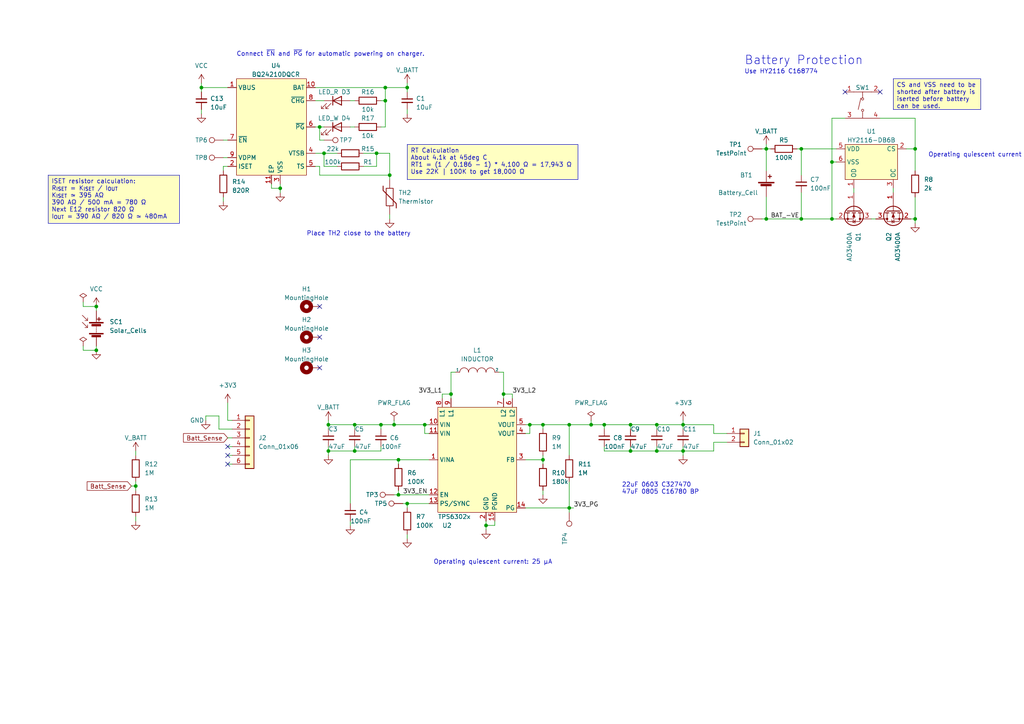
<source format=kicad_sch>
(kicad_sch (version 20230121) (generator eeschema)
  (paper "A4")
  (lib_symbols
    (symbol "Connector:TestPoint" (pin_numbers hide) (pin_names (offset 0.762) hide)
      (property "Reference" "TP" (at 0 6.858 0))
      (property "Value" "TestPoint" (at 0 5.08 0))
      (symbol "TestPoint_0_1"
        (circle (center 0 3.302) (radius 0.762))
      )
      (symbol "TestPoint_1_1"
        (pin passive line (at 0 0 90) (length 2.54) (name "1") (number "1"))
      )
    )
    (symbol "Connector_Generic:Conn_01x02" (pin_names (offset 1.016) hide)
      (property "Reference" "J" (at 0 2.54 0))
      (property "Value" "Conn_01x02" (at 0 -5.08 0))
      (symbol "Conn_01x02_1_1"
        (rectangle (start -1.27 -2.413) (end 0 -2.667) (stroke (width 0.1524)))
        (rectangle (start -1.27 0.127) (end 0 -0.127) (stroke (width 0.1524)))
        (rectangle (start -1.27 1.27) (end 1.27 -3.81) (stroke (width 0.254)) (fill (type background)))
        (pin passive line (at -5.08 0 0) (length 3.81) (name "Pin_1") (number "1"))
        (pin passive line (at -5.08 -2.54 0) (length 3.81) (name "Pin_2") (number "2"))
      )
    )
    (symbol "Connector_Generic:Conn_01x06" (pin_names (offset 1.016) hide)
      (property "Reference" "J" (at 0 7.62 0))
      (property "Value" "Conn_01x06" (at 0 -10.16 0))
      (symbol "Conn_01x06_1_1"
        (rectangle (start -1.27 -7.493) (end 0 -7.747) (stroke (width 0.1524)))
        (rectangle (start -1.27 -4.953) (end 0 -5.207) (stroke (width 0.1524)))
        (rectangle (start -1.27 -2.413) (end 0 -2.667) (stroke (width 0.1524)))
        (rectangle (start -1.27 0.127) (end 0 -0.127) (stroke (width 0.1524)))
        (rectangle (start -1.27 2.667) (end 0 2.413) (stroke (width 0.1524)))
        (rectangle (start -1.27 5.207) (end 0 4.953) (stroke (width 0.1524)))
        (rectangle (start -1.27 6.35) (end 1.27 -8.89) (stroke (width 0.254)) (fill (type background)))
        (pin passive line (at -5.08 5.08 0) (length 3.81) (name "Pin_1") (number "1"))
        (pin passive line (at -5.08 2.54 0) (length 3.81) (name "Pin_2") (number "2"))
        (pin passive line (at -5.08 0 0) (length 3.81) (name "Pin_3") (number "3"))
        (pin passive line (at -5.08 -2.54 0) (length 3.81) (name "Pin_4") (number "4"))
        (pin passive line (at -5.08 -5.08 0) (length 3.81) (name "Pin_5") (number "5"))
        (pin passive line (at -5.08 -7.62 0) (length 3.81) (name "Pin_6") (number "6"))
      )
    )
    (symbol "Device:Battery_Cell" (pin_numbers hide) (pin_names (offset 0) hide)
      (property "Reference" "BT1" (at 3.81 2.667 0))
      (property "Value" "Battery_Cell" (at 3.81 0.127 0))
      (symbol "Battery_Cell_0_1"
        (rectangle (start -2.286 1.778) (end 2.286 1.524) (fill (type outline)))
        (rectangle (start -1.5748 1.1938) (end 1.4732 0.6858) (fill (type outline)))
        (polyline (pts (xy 0 0.762) (xy 0 0)))
        (polyline (pts (xy 0 1.778) (xy 0 2.54)))
        (polyline (pts (xy 0.508 3.429) (xy 1.524 3.429)) (stroke (width 0.254)))
        (polyline (pts (xy 1.016 3.937) (xy 1.016 2.921)) (stroke (width 0.254)))
      )
      (symbol "Battery_Cell_1_1"
        (pin passive line (at 0 5.08 270) (length 2.54) (name "+") (number "1"))
        (pin passive line (at 0 -2.54 90) (length 2.54) (name "-") (number "2"))
      )
    )
    (symbol "Device:C_Small" (pin_numbers hide) (pin_names (offset 0.254) hide)
      (property "Reference" "C" (at 0.254 1.778 0))
      (property "Value" "C_Small" (at 0.254 -2.032 0))
      (symbol "C_Small_0_1"
        (polyline (pts (xy -1.524 -0.508) (xy 1.524 -0.508)) (stroke (width 0.3302)))
        (polyline (pts (xy -1.524 0.508) (xy 1.524 0.508)) (stroke (width 0.3048)))
      )
      (symbol "C_Small_1_1"
        (pin passive line (at 0 2.54 270) (length 2.032) (name "~") (number "1"))
        (pin passive line (at 0 -2.54 90) (length 2.032) (name "~") (number "2"))
      )
    )
    (symbol "Device:LED" (pin_numbers hide) (pin_names (offset 1.016) hide)
      (property "Reference" "D" (at 0 2.54 0))
      (property "Value" "LED" (at 0 -2.54 0))
      (symbol "LED_0_1"
        (polyline (pts (xy -1.27 -1.27) (xy -1.27 1.27)) (stroke (width 0.254)))
        (polyline (pts (xy -1.27 0) (xy 1.27 0)))
        (polyline (pts (xy 1.27 -1.27) (xy 1.27 1.27) (xy -1.27 0) (xy 1.27 -1.27)) (stroke (width 0.254)))
        (polyline (pts (xy -3.048 -0.762) (xy -4.572 -2.286) (xy -3.81 -2.286) (xy -4.572 -2.286) (xy -4.572 -1.524)))
        (polyline (pts (xy -1.778 -0.762) (xy -3.302 -2.286) (xy -2.54 -2.286) (xy -3.302 -2.286) (xy -3.302 -1.524)))
      )
      (symbol "LED_1_1"
        (pin passive line (at -3.81 0 0) (length 2.54) (name "K") (number "1"))
        (pin passive line (at 3.81 0 180) (length 2.54) (name "A") (number "2"))
      )
    )
    (symbol "Device:R" (pin_numbers hide) (pin_names (offset 0))
      (property "Reference" "R" (at 2.032 0 90))
      (property "Value" "R" (at 0 0 90))
      (symbol "R_0_1"
        (rectangle (start -1.016 -2.54) (end 1.016 2.54) (stroke (width 0.254)))
      )
      (symbol "R_1_1"
        (pin passive line (at 0 3.81 270) (length 1.27) (name "~") (number "1"))
        (pin passive line (at 0 -3.81 90) (length 1.27) (name "~") (number "2"))
      )
    )
    (symbol "Device:Solar_Cells" (pin_numbers hide) (pin_names (offset 0) hide)
      (property "Reference" "SC" (at 2.54 2.54 0))
      (property "Value" "Solar_Cells" (at 2.54 0 0))
      (symbol "Solar_Cells_0_1"
        (rectangle (start -2.032 -1.397) (end 2.032 -1.651) (fill (type outline)))
        (rectangle (start -2.032 1.778) (end 2.032 1.524) (fill (type outline)))
        (rectangle (start -1.3208 -1.9812) (end 1.27 -2.4892) (fill (type outline)))
        (rectangle (start -1.3208 1.1938) (end 1.27 0.6858) (fill (type outline)))
        (polyline (pts (xy -2.54 0.254) (xy -4.064 1.778)))
        (polyline (pts (xy -2.54 2.286) (xy -4.064 3.81)))
        (polyline (pts (xy 0 -1.524) (xy 0 -1.27)))
        (polyline (pts (xy 0 -1.016) (xy 0 -0.762)))
        (polyline (pts (xy 0 -0.508) (xy 0 -0.254)))
        (polyline (pts (xy 0 0) (xy 0 0.254)))
        (polyline (pts (xy 0 0.508) (xy 0 0.762)))
        (polyline (pts (xy 0 1.778) (xy 0 2.54)))
        (polyline (pts (xy 0.254 2.667) (xy 1.27 2.667)) (stroke (width 0.254)))
        (polyline (pts (xy 0.762 3.175) (xy 0.762 2.159)) (stroke (width 0.254)))
        (polyline (pts (xy -2.54 1.016) (xy -2.54 0.254) (xy -3.302 0.254)))
        (polyline (pts (xy -2.54 3.048) (xy -2.54 2.286) (xy -3.302 2.286)))
      )
      (symbol "Solar_Cells_1_1"
        (pin passive line (at 0 5.08 270) (length 2.54) (name "+") (number "1"))
        (pin passive line (at 0 -5.08 90) (length 2.54) (name "-") (number "2"))
      )
    )
    (symbol "Device:Thermistor" (pin_numbers hide) (pin_names (offset 0))
      (property "Reference" "TH" (at 2.54 1.27 90))
      (property "Value" "Thermistor" (at -2.54 0 90))
      (symbol "Thermistor_0_1"
        (rectangle (start -1.016 2.54) (end 1.016 -2.54) (stroke (width 0.2032)))
        (polyline (pts (xy -1.905 3.175) (xy -1.905 1.905) (xy 1.905 -1.905) (xy 1.905 -3.175) (xy 1.905 -3.175)) (stroke (width 0.254)))
      )
      (symbol "Thermistor_1_1"
        (pin passive line (at 0 5.08 270) (length 2.54) (name "~") (number "1"))
        (pin passive line (at 0 -5.08 90) (length 2.54) (name "~") (number "2"))
      )
    )
    (symbol "Mechanical:MountingHole_Pad" (pin_numbers hide) (pin_names (offset 1.016) hide)
      (property "Reference" "H" (at 0 6.35 0))
      (property "Value" "MountingHole_Pad" (at 0 4.445 0))
      (symbol "MountingHole_Pad_0_1"
        (circle (center 0 1.27) (radius 1.27) (stroke (width 1.27)))
      )
      (symbol "MountingHole_Pad_1_1"
        (pin input line (at 0 -2.54 90) (length 2.54) (name "1") (number "1"))
      )
    )
    (symbol "TestPoint_2" (pin_numbers hide) (pin_names (offset 0.762) hide) (in_bom no)
      (property "Reference" "TP" (at 0 6.858 0))
      (symbol "TestPoint_2_0_1"
        (circle (center 0 3.302) (radius 0.762))
      )
      (symbol "TestPoint_2_1_1"
        (pin passive line (at 0 0 90) (length 2.54) (name "1") (number "1"))
      )
    )
    (symbol "Transistor_FET:AO3400A" (pin_names hide)
      (property "Reference" "Q" (at 5.08 1.905 0))
      (property "Value" "AO3400A" (at 5.08 0 0))
      (symbol "AO3400A_0_1"
        (polyline (pts (xy 0.254 0) (xy -2.54 0)))
        (polyline (pts (xy 0.254 1.905) (xy 0.254 -1.905)) (stroke (width 0.254)))
        (polyline (pts (xy 0.762 -1.27) (xy 0.762 -2.286)) (stroke (width 0.254)))
        (polyline (pts (xy 0.762 0.508) (xy 0.762 -0.508)) (stroke (width 0.254)))
        (polyline (pts (xy 0.762 2.286) (xy 0.762 1.27)) (stroke (width 0.254)))
        (polyline (pts (xy 2.54 2.54) (xy 2.54 1.778)))
        (polyline (pts (xy 2.54 -2.54) (xy 2.54 0) (xy 0.762 0)))
        (polyline (pts (xy 0.762 -1.778) (xy 3.302 -1.778) (xy 3.302 1.778) (xy 0.762 1.778)))
        (polyline (pts (xy 1.016 0) (xy 2.032 0.381) (xy 2.032 -0.381) (xy 1.016 0)) (fill (type outline)))
        (polyline (pts (xy 2.794 0.508) (xy 2.921 0.381) (xy 3.683 0.381) (xy 3.81 0.254)))
        (polyline (pts (xy 3.302 0.381) (xy 2.921 -0.254) (xy 3.683 -0.254) (xy 3.302 0.381)))
        (circle (center 1.651 0) (radius 2.794) (stroke (width 0.254)))
        (circle (center 2.54 -1.778) (radius 0.254) (fill (type outline)))
        (circle (center 2.54 1.778) (radius 0.254) (fill (type outline)))
      )
      (symbol "AO3400A_1_1"
        (pin input line (at -5.08 0 0) (length 2.54) (name "G") (number "1"))
        (pin passive line (at 2.54 -5.08 90) (length 2.54) (name "S") (number "2"))
        (pin passive line (at 2.54 5.08 270) (length 2.54) (name "D") (number "3"))
      )
    )
    (symbol "cacophony-library:BQ24210DQCR"
      (property "Reference" "U" (at 0 25.4 0))
      (property "Value" "BQ24210DQCR" (at -1.27 24.13 0))
      (symbol "BQ24210DQCR_0_1"
        (rectangle (start -11.43 17.78) (end 8.89 -10.16) (fill (type background)))
        (pin unspecified line (at -13.97 15.24 0) (length 2.54) (name "VBUS") (number "1"))
        (pin unspecified line (at 11.43 15.24 180) (length 2.54) (name "BAT") (number "10"))
        (pin unspecified line (at -1.27 -12.7 90) (length 2.54) (name "EP") (number "11"))
        (pin unspecified line (at -13.97 -7.62 0) (length 2.54) (name "ISET") (number "2"))
        (pin unspecified line (at 1.27 -12.7 90) (length 2.54) (name "VSS") (number "3"))
        (pin unspecified line (at 11.43 -3.81 180) (length 2.54) (name "VTSB") (number "4"))
        (pin unspecified line (at 11.43 -7.62 180) (length 2.54) (name "TS") (number "5"))
        (pin unspecified line (at 11.43 3.81 180) (length 2.54) (name "~{PG}") (number "6"))
        (pin unspecified line (at -13.97 0 0) (length 2.54) (name "~{EN}") (number "7"))
        (pin unspecified line (at 11.43 11.43 180) (length 2.54) (name "~{CHG}") (number "8"))
        (pin unspecified line (at -13.97 -5.08 0) (length 2.54) (name "VDPM") (number "9"))
      )
    )
    (symbol "cacophony-library:HY211x"
      (property "Reference" "U" (at 1.27 6.35 0))
      (property "Value" "HY211x" (at 1.27 3.81 0))
      (symbol "HY211x_0_1"
        (rectangle (start -6.35 2.54) (end 8.89 -7.62) (fill (type background)))
      )
      (symbol "HY211x_1_1"
        (pin passive line (at -3.81 -10.16 90) (length 2.54) (name "OD") (number "1"))
        (pin passive line (at 11.43 1.27 180) (length 2.54) (name "CS") (number "2"))
        (pin passive line (at 7.62 -10.16 90) (length 2.54) (name "OC") (number "3"))
        (pin no_connect line (at 11.43 -2.54 180) (length 2.54) hide (name "NC") (number "4"))
        (pin passive line (at -8.89 1.27 0) (length 2.54) (name "VDD") (number "5"))
        (pin passive line (at -8.89 -2.54 0) (length 2.54) (name "VSS") (number "6"))
      )
    )
    (symbol "cacophony-library:Power_Inductor" (pin_numbers hide) (pin_names (offset 0))
      (property "Reference" "L" (at 0 6.35 0))
      (property "Value" "H" (at 0 3.81 0))
      (symbol "Power_Inductor_0_1"
        (arc (start -2.54 0) (mid -3.81 1.2645) (end -5.08 0))
        (arc (start 0 0) (mid -1.27 1.2645) (end -2.54 0))
        (arc (start 2.54 0) (mid 1.27 1.2645) (end 0 0))
        (arc (start 5.08 0) (mid 3.81 1.2645) (end 2.54 0))
      )
      (symbol "Power_Inductor_1_1"
        (pin power_in line (at -6.35 0 0) (length 1.27) (name "1") (number "1"))
        (pin power_out line (at 6.35 0 180) (length 1.27) (name "2") (number "2"))
      )
    )
    (symbol "cacophony-library:TPS6302x"
      (property "Reference" "U" (at -6.35 -41.91 0))
      (property "Value" "TPS6302x" (at -7.62 -39.37 0))
      (symbol "TPS6302x_0_1"
        (rectangle (start -7.62 -7.62) (end 15.24 -38.1) (fill (type background)))
      )
      (symbol "TPS6302x_1_1"
        (pin input line (at -10.16 -22.86 0) (length 2.54) (name "VINA") (number "1"))
        (pin input line (at -10.16 -12.7 0) (length 2.54) (name "VIN") (number "10"))
        (pin input line (at -10.16 -15.24 0) (length 2.54) (name "VIN") (number "11"))
        (pin input line (at -10.16 -33.02 0) (length 2.54) (name "EN") (number "12"))
        (pin input line (at -10.16 -35.56 0) (length 2.54) (name "PS/SYNC") (number "13"))
        (pin input line (at 17.78 -36.83 180) (length 2.54) (name "PG") (number "14"))
        (pin input line (at 8.89 -40.64 90) (length 2.54) (name "PGND") (number "15"))
        (pin input line (at 6.35 -40.64 90) (length 2.54) (name "GND") (number "2"))
        (pin input line (at 17.78 -22.86 180) (length 2.54) (name "FB") (number "3"))
        (pin input line (at 17.78 -15.24 180) (length 2.54) (name "VOUT") (number "4"))
        (pin input line (at 17.78 -12.7 180) (length 2.54) (name "VOUT") (number "5"))
        (pin passive line (at 13.97 -5.08 270) (length 2.54) (name "L2") (number "6"))
        (pin passive line (at 11.43 -5.08 270) (length 2.54) (name "L2") (number "7"))
        (pin passive line (at -6.35 -5.08 270) (length 2.54) (name "L1") (number "8"))
        (pin power_out line (at -3.81 -5.08 270) (length 2.54) (name "L1") (number "9"))
      )
    )
    (symbol "cacophony-library:TS-1187A-B-A-B"
      (property "Reference" "SW" (at 0 7.62 0))
      (symbol "TS-1187A-B-A-B_0_1"
        (circle (center 0 -2.79) (radius 0.32))
        (polyline (pts (xy -2.54 -5.08) (xy 2.54 -5.08)))
        (polyline (pts (xy -2.54 2.54) (xy 2.54 2.54)))
        (polyline (pts (xy -0.51 0.76) (xy -1.27 -2.54)))
        (polyline (pts (xy 0 -3.3) (xy 0 -5.08)))
        (polyline (pts (xy 0 0.76) (xy 0 2.54)))
        (circle (center 0 0.51) (radius 0.32))
      )
      (symbol "TS-1187A-B-A-B_1_1"
        (pin unspecified line (at -5.08 2.54 0) (length 2.54) (name "") (number "1"))
        (pin unspecified line (at 5.08 2.54 180) (length 2.54) (name "") (number "2"))
        (pin unspecified line (at -5.08 -5.08 0) (length 2.54) (name "") (number "3"))
        (pin unspecified line (at 5.08 -5.08 180) (length 2.54) (name "") (number "4"))
      )
    )
    (symbol "cacophony-library:V_BATT" (power) (pin_names (offset 0))
      (property "Value" "V_BATT" (at 0 3.81 0))
      (symbol "V_BATT_0_1"
        (polyline (pts (xy -0.762 1.27) (xy 0 2.54)))
        (polyline (pts (xy 0 0) (xy 0 2.54)))
        (polyline (pts (xy 0 2.54) (xy 0.762 1.27)))
      )
      (symbol "V_BATT_1_1"
        (pin power_in line (at 0 0 90) (length 0) hide (name "V_BATT") (number "1"))
      )
    )
    (symbol "power:+3V3" (power) (pin_names (offset 0))
      (property "Value" "+3V3" (at 0 3.556 0))
      (symbol "+3V3_0_1"
        (polyline (pts (xy -0.762 1.27) (xy 0 2.54)))
        (polyline (pts (xy 0 0) (xy 0 2.54)))
        (polyline (pts (xy 0 2.54) (xy 0.762 1.27)))
      )
      (symbol "+3V3_1_1"
        (pin power_in line (at 0 0 90) (length 0) hide (name "+3V3") (number "1"))
      )
    )
    (symbol "power:GND" (power) (pin_names (offset 0))
      (property "Value" "GND" (at 0 -3.81 0))
      (symbol "GND_0_1"
        (polyline (pts (xy 0 0) (xy 0 -1.27) (xy 1.27 -1.27) (xy 0 -2.54) (xy -1.27 -1.27) (xy 0 -1.27)))
      )
      (symbol "GND_1_1"
        (pin power_in line (at 0 0 270) (length 0) hide (name "GND") (number "1"))
      )
    )
    (symbol "power:PWR_FLAG" (power) (pin_numbers hide) (pin_names (offset 0) hide)
      (property "Value" "PWR_FLAG" (at 0 3.81 0))
      (symbol "PWR_FLAG_0_0"
        (pin power_out line (at 0 0 90) (length 0) (name "pwr") (number "1"))
      )
      (symbol "PWR_FLAG_0_1"
        (polyline (pts (xy 0 0) (xy 0 1.27) (xy -1.016 1.905) (xy 0 2.54) (xy 1.016 1.905) (xy 0 1.27)))
      )
    )
    (symbol "power:VCC" (power) (pin_names (offset 0))
      (property "Value" "VCC" (at 0 3.81 0))
      (symbol "VCC_0_1"
        (polyline (pts (xy -0.762 1.27) (xy 0 2.54)))
        (polyline (pts (xy 0 0) (xy 0 2.54)))
        (polyline (pts (xy 0 2.54) (xy 0.762 1.27)))
      )
      (symbol "VCC_1_1"
        (pin power_in line (at 0 0 90) (length 0) hide (name "VCC") (number "1"))
      )
    )
  )
  (junction (at 190.5 130.81))
  (junction (at 92.71 36.83))
  (junction (at 110.49 123.19))
  (junction (at 153.67 123.19))
  (junction (at 114.3 123.19))
  (junction (at 58.42 25.4))
  (junction (at 265.43 63.5))
  (junction (at 115.57 143.51))
  (junction (at 222.25 63.5))
  (junction (at 198.12 130.81))
  (junction (at 111.76 29.21))
  (junction (at 157.48 133.35))
  (junction (at 118.11 25.4))
  (junction (at 146.05 114.3))
  (junction (at 232.41 43.18))
  (junction (at 102.87 123.19))
  (junction (at 232.41 63.5))
  (junction (at 95.25 130.81))
  (junction (at 171.45 123.19))
  (junction (at 27.94 88.9))
  (junction (at 81.28 54.61))
  (junction (at 241.3 63.5))
  (junction (at 265.43 43.18))
  (junction (at 115.57 133.35))
  (junction (at 222.25 43.18))
  (junction (at 130.81 114.3))
  (junction (at 95.25 123.19))
  (junction (at 102.87 130.81))
  (junction (at 113.03 50.8))
  (junction (at 165.1 147.32))
  (junction (at 198.12 123.19))
  (junction (at 175.26 123.19))
  (junction (at 157.48 123.19))
  (junction (at 182.88 130.81))
  (junction (at 27.94 101.6))
  (junction (at 182.88 123.19))
  (junction (at 123.19 123.19))
  (junction (at 111.76 25.4))
  (junction (at 93.98 44.45))
  (junction (at 241.3 46.99))
  (junction (at 109.22 44.45))
  (junction (at 140.97 152.4))
  (junction (at 190.5 123.19))
  (junction (at 118.11 146.05))
  (junction (at 39.37 140.97))
  (junction (at 165.1 123.19))
  (no_connect (at 92.71 106.68))
  (no_connect (at 66.04 129.54))
  (no_connect (at 66.04 132.08))
  (no_connect (at 66.04 134.62))
  (no_connect (at 92.71 88.9))
  (no_connect (at 245.11 26.67))
  (no_connect (at 255.27 26.67))
  (no_connect (at 92.71 97.79))
  (wire (pts (xy 66.04 134.62) (xy 67.31 134.62)))
  (wire (pts (xy 165.1 123.19) (xy 171.45 123.19)))
  (wire (pts (xy 265.43 63.5) (xy 264.16 63.5)))
  (wire (pts (xy 118.11 31.75) (xy 118.11 33.02)))
  (wire (pts (xy 118.11 25.4) (xy 118.11 26.67)))
  (wire (pts (xy 231.14 43.18) (xy 232.41 43.18)))
  (wire (pts (xy 105.41 48.26) (xy 109.22 48.26)))
  (wire (pts (xy 66.04 132.08) (xy 67.31 132.08)))
  (wire (pts (xy 110.49 123.19) (xy 110.49 124.46)))
  (wire (pts (xy 115.57 133.35) (xy 115.57 134.62)))
  (wire (pts (xy 190.5 130.81) (xy 182.88 130.81)))
  (wire (pts (xy 92.71 40.64) (xy 92.71 36.83)))
  (wire (pts (xy 190.5 123.19) (xy 190.5 124.46)))
  (wire (pts (xy 110.49 130.81) (xy 110.49 129.54)))
  (wire (pts (xy 182.88 123.19) (xy 182.88 124.46)))
  (wire (pts (xy 259.08 54.61) (xy 259.08 55.88)))
  (wire (pts (xy 63.5 124.46) (xy 63.5 120.65)))
  (wire (pts (xy 171.45 121.92) (xy 171.45 123.19)))
  (wire (pts (xy 102.87 123.19) (xy 102.87 124.46)))
  (wire (pts (xy 58.42 24.13) (xy 58.42 25.4)))
  (wire (pts (xy 220.98 63.5) (xy 222.25 63.5)))
  (wire (pts (xy 113.03 50.8) (xy 113.03 52.07)))
  (wire (pts (xy 165.1 132.08) (xy 165.1 123.19)))
  (wire (pts (xy 24.13 88.9) (xy 27.94 88.9)))
  (wire (pts (xy 140.97 152.4) (xy 143.51 152.4)))
  (wire (pts (xy 175.26 129.54) (xy 175.26 130.81)))
  (wire (pts (xy 198.12 130.81) (xy 207.01 130.81)))
  (wire (pts (xy 115.57 143.51) (xy 115.57 142.24)))
  (wire (pts (xy 140.97 152.4) (xy 140.97 153.67)))
  (wire (pts (xy 128.27 114.3) (xy 128.27 115.57)))
  (wire (pts (xy 39.37 130.81) (xy 39.37 132.08)))
  (wire (pts (xy 153.67 123.19) (xy 152.4 123.19)))
  (wire (pts (xy 95.25 130.81) (xy 95.25 132.08)))
  (wire (pts (xy 114.3 123.19) (xy 110.49 123.19)))
  (wire (pts (xy 111.76 29.21) (xy 111.76 25.4)))
  (wire (pts (xy 146.05 107.95) (xy 144.78 107.95)))
  (wire (pts (xy 101.6 151.13) (xy 101.6 152.4)))
  (wire (pts (xy 27.94 100.33) (xy 27.94 101.6)))
  (wire (pts (xy 27.94 101.6) (xy 24.13 101.6)))
  (wire (pts (xy 232.41 50.8) (xy 232.41 43.18)))
  (wire (pts (xy 198.12 129.54) (xy 198.12 130.81)))
  (wire (pts (xy 265.43 49.53) (xy 265.43 43.18)))
  (wire (pts (xy 111.76 25.4) (xy 118.11 25.4)))
  (wire (pts (xy 165.1 147.32) (xy 166.37 147.32)))
  (wire (pts (xy 81.28 54.61) (xy 81.28 55.88)))
  (wire (pts (xy 157.48 123.19) (xy 157.48 124.46)))
  (wire (pts (xy 130.81 107.95) (xy 130.81 114.3)))
  (wire (pts (xy 113.03 50.8) (xy 92.71 50.8)))
  (wire (pts (xy 241.3 46.99) (xy 242.57 46.99)))
  (wire (pts (xy 130.81 114.3) (xy 128.27 114.3)))
  (wire (pts (xy 198.12 130.81) (xy 198.12 132.08)))
  (wire (pts (xy 110.49 36.83) (xy 111.76 36.83)))
  (wire (pts (xy 101.6 29.21) (xy 102.87 29.21)))
  (wire (pts (xy 123.19 123.19) (xy 114.3 123.19)))
  (wire (pts (xy 64.77 40.64) (xy 66.04 40.64)))
  (wire (pts (xy 58.42 25.4) (xy 58.42 26.67)))
  (wire (pts (xy 175.26 123.19) (xy 175.26 124.46)))
  (wire (pts (xy 110.49 123.19) (xy 102.87 123.19)))
  (wire (pts (xy 81.28 53.34) (xy 81.28 54.61)))
  (wire (pts (xy 39.37 140.97) (xy 39.37 142.24)))
  (wire (pts (xy 93.98 44.45) (xy 97.79 44.45)))
  (wire (pts (xy 232.41 43.18) (xy 242.57 43.18)))
  (wire (pts (xy 222.25 63.5) (xy 232.41 63.5)))
  (wire (pts (xy 63.5 120.65) (xy 59.69 120.65)))
  (wire (pts (xy 165.1 147.32) (xy 165.1 148.59)))
  (wire (pts (xy 64.77 57.15) (xy 64.77 58.42)))
  (wire (pts (xy 111.76 29.21) (xy 111.76 36.83)))
  (wire (pts (xy 59.69 120.65) (xy 59.69 121.92)))
  (wire (pts (xy 105.41 44.45) (xy 109.22 44.45)))
  (wire (pts (xy 109.22 44.45) (xy 109.22 48.26)))
  (wire (pts (xy 114.3 143.51) (xy 115.57 143.51)))
  (wire (pts (xy 39.37 149.86) (xy 39.37 151.13)))
  (wire (pts (xy 118.11 146.05) (xy 124.46 146.05)))
  (wire (pts (xy 222.25 43.18) (xy 222.25 49.53)))
  (wire (pts (xy 110.49 29.21) (xy 111.76 29.21)))
  (wire (pts (xy 115.57 143.51) (xy 124.46 143.51)))
  (wire (pts (xy 157.48 142.24) (xy 157.48 143.51)))
  (wire (pts (xy 265.43 63.5) (xy 265.43 64.77)))
  (wire (pts (xy 118.11 147.32) (xy 118.11 146.05)))
  (wire (pts (xy 24.13 87.63) (xy 24.13 88.9)))
  (wire (pts (xy 175.26 130.81) (xy 182.88 130.81)))
  (wire (pts (xy 152.4 133.35) (xy 157.48 133.35)))
  (wire (pts (xy 148.59 115.57) (xy 148.59 114.3)))
  (wire (pts (xy 24.13 101.6) (xy 24.13 100.33)))
  (wire (pts (xy 91.44 29.21) (xy 93.98 29.21)))
  (wire (pts (xy 58.42 31.75) (xy 58.42 33.02)))
  (wire (pts (xy 109.22 44.45) (xy 113.03 44.45)))
  (wire (pts (xy 115.57 133.35) (xy 124.46 133.35)))
  (wire (pts (xy 241.3 63.5) (xy 232.41 63.5)))
  (wire (pts (xy 67.31 121.92) (xy 66.04 121.92)))
  (wire (pts (xy 207.01 130.81) (xy 207.01 128.27)))
  (wire (pts (xy 220.98 43.18) (xy 222.25 43.18)))
  (wire (pts (xy 27.94 88.9) (xy 27.94 90.17)))
  (wire (pts (xy 93.98 44.45) (xy 93.98 48.26)))
  (wire (pts (xy 95.25 123.19) (xy 95.25 124.46)))
  (wire (pts (xy 66.04 129.54) (xy 67.31 129.54)))
  (wire (pts (xy 146.05 114.3) (xy 146.05 107.95)))
  (wire (pts (xy 190.5 123.19) (xy 198.12 123.19)))
  (wire (pts (xy 64.77 49.53) (xy 64.77 48.26)))
  (wire (pts (xy 66.04 127) (xy 67.31 127)))
  (wire (pts (xy 222.25 41.91) (xy 222.25 43.18)))
  (wire (pts (xy 97.79 48.26) (xy 93.98 48.26)))
  (wire (pts (xy 265.43 34.29) (xy 265.43 43.18)))
  (wire (pts (xy 67.31 124.46) (xy 63.5 124.46)))
  (wire (pts (xy 265.43 43.18) (xy 262.89 43.18)))
  (wire (pts (xy 102.87 130.81) (xy 102.87 129.54)))
  (wire (pts (xy 182.88 130.81) (xy 182.88 129.54)))
  (wire (pts (xy 102.87 123.19) (xy 95.25 123.19)))
  (wire (pts (xy 92.71 50.8) (xy 92.71 48.26)))
  (wire (pts (xy 95.25 130.81) (xy 102.87 130.81)))
  (wire (pts (xy 101.6 133.35) (xy 115.57 133.35)))
  (wire (pts (xy 198.12 130.81) (xy 190.5 130.81)))
  (wire (pts (xy 210.82 125.73) (xy 207.01 125.73)))
  (wire (pts (xy 207.01 128.27) (xy 210.82 128.27)))
  (wire (pts (xy 66.04 25.4) (xy 58.42 25.4)))
  (wire (pts (xy 118.11 154.94) (xy 118.11 156.21)))
  (wire (pts (xy 152.4 125.73) (xy 153.67 125.73)))
  (wire (pts (xy 247.65 54.61) (xy 247.65 55.88)))
  (wire (pts (xy 198.12 123.19) (xy 198.12 124.46)))
  (wire (pts (xy 241.3 34.29) (xy 245.11 34.29)))
  (wire (pts (xy 91.44 44.45) (xy 93.98 44.45)))
  (wire (pts (xy 39.37 139.7) (xy 39.37 140.97)))
  (wire (pts (xy 241.3 63.5) (xy 241.3 46.99)))
  (wire (pts (xy 130.81 114.3) (xy 130.81 115.57)))
  (wire (pts (xy 222.25 57.15) (xy 222.25 63.5)))
  (wire (pts (xy 64.77 45.72) (xy 66.04 45.72)))
  (wire (pts (xy 113.03 62.23) (xy 113.03 63.5)))
  (wire (pts (xy 265.43 57.15) (xy 265.43 63.5)))
  (wire (pts (xy 113.03 44.45) (xy 113.03 50.8)))
  (wire (pts (xy 252.73 63.5) (xy 254 63.5)))
  (wire (pts (xy 123.19 123.19) (xy 124.46 123.19)))
  (wire (pts (xy 95.25 129.54) (xy 95.25 130.81)))
  (wire (pts (xy 132.08 107.95) (xy 130.81 107.95)))
  (wire (pts (xy 116.84 146.05) (xy 118.11 146.05)))
  (wire (pts (xy 182.88 123.19) (xy 190.5 123.19)))
  (wire (pts (xy 140.97 151.13) (xy 140.97 152.4)))
  (wire (pts (xy 66.04 116.84) (xy 66.04 121.92)))
  (wire (pts (xy 157.48 123.19) (xy 165.1 123.19)))
  (wire (pts (xy 198.12 121.92) (xy 198.12 123.19)))
  (wire (pts (xy 92.71 48.26) (xy 91.44 48.26)))
  (wire (pts (xy 111.76 25.4) (xy 91.44 25.4)))
  (wire (pts (xy 124.46 125.73) (xy 123.19 125.73)))
  (wire (pts (xy 143.51 151.13) (xy 143.51 152.4)))
  (wire (pts (xy 38.1 140.97) (xy 39.37 140.97)))
  (wire (pts (xy 175.26 123.19) (xy 182.88 123.19)))
  (wire (pts (xy 123.19 125.73) (xy 123.19 123.19)))
  (wire (pts (xy 93.98 40.64) (xy 92.71 40.64)))
  (wire (pts (xy 114.3 121.92) (xy 114.3 123.19)))
  (wire (pts (xy 78.74 54.61) (xy 78.74 53.34)))
  (wire (pts (xy 153.67 123.19) (xy 157.48 123.19)))
  (wire (pts (xy 146.05 114.3) (xy 146.05 115.57)))
  (wire (pts (xy 101.6 146.05) (xy 101.6 133.35)))
  (wire (pts (xy 241.3 46.99) (xy 241.3 34.29)))
  (wire (pts (xy 207.01 125.73) (xy 207.01 123.19)))
  (wire (pts (xy 148.59 114.3) (xy 146.05 114.3)))
  (wire (pts (xy 92.71 36.83) (xy 93.98 36.83)))
  (wire (pts (xy 152.4 147.32) (xy 165.1 147.32)))
  (wire (pts (xy 222.25 43.18) (xy 223.52 43.18)))
  (wire (pts (xy 190.5 130.81) (xy 190.5 129.54)))
  (wire (pts (xy 91.44 36.83) (xy 92.71 36.83)))
  (wire (pts (xy 157.48 132.08) (xy 157.48 133.35)))
  (wire (pts (xy 241.3 63.5) (xy 242.57 63.5)))
  (wire (pts (xy 102.87 130.81) (xy 110.49 130.81)))
  (wire (pts (xy 153.67 125.73) (xy 153.67 123.19)))
  (wire (pts (xy 81.28 54.61) (xy 78.74 54.61)))
  (wire (pts (xy 118.11 24.13) (xy 118.11 25.4)))
  (wire (pts (xy 101.6 36.83) (xy 102.87 36.83)))
  (wire (pts (xy 171.45 123.19) (xy 175.26 123.19)))
  (wire (pts (xy 157.48 133.35) (xy 157.48 134.62)))
  (wire (pts (xy 165.1 147.32) (xy 165.1 139.7)))
  (wire (pts (xy 255.27 34.29) (xy 265.43 34.29)))
  (wire (pts (xy 232.41 63.5) (xy 232.41 55.88)))
  (wire (pts (xy 64.77 48.26) (xy 66.04 48.26)))
  (wire (pts (xy 95.25 121.92) (xy 95.25 123.19)))
  (wire (pts (xy 207.01 123.19) (xy 198.12 123.19)))
  (text_box "RT Calculation\nAbout 4.1k at 45deg C\nRT1 = (1 / 0.186 - 1) * 4,100 Ω = 17,943 Ω\nUse 22K | 100K to get 18,000 Ω" (at 118.11 41.91 0) (size 49.53 10.16) (fill (type color) (color 255 255 194 1)) (effects (font (size 1.27 1.27)) (justify left top)))
  (text_box "CS and VSS need to be shorted after battery is iserted before battery can be used." (at 259.08 22.86 0) (size 25.4 8.89) (fill (type color) (color 255 255 194 1)) (effects (font (size 1.27 1.27)) (justify left top)))
  (text_box "ISET resistor calculation:\nR_{ISET} = K_{ISET} / I_{OUT}\nK_{ISET} ≃ 395 AΩ\n390 AΩ / 500 mA = 780 Ω\nNext E12 resistor 820 Ω\nI_{OUT} = 390 AΩ / 820 Ω ≃ 480mA" (at 13.97 50.8 0) (size 38.1 13.97) (fill (type color) (color 255 255 194 1)) (effects (font (size 1.27 1.27)) (justify left top)))
  (text "Operating quiescent current about 4 μA" (at 269.24 45.72 0) (effects (font (size 1.27 1.27)) (justify left bottom)))
  (text "Battery Protection" (at 215.9 19.05 0) (effects (font (size 2.5 2.5)) (justify left bottom)))
  (text "Connect ~{EN} and ~{PG} for automatic powering on charger." (at 68.58 16.51 0) (effects (font (size 1.27 1.27)) (justify left bottom)))
  (text "Use HY2116 C168774" (at 215.9 21.59 0) (effects (font (size 1.27 1.27)) (justify left bottom)))
  (text "Operating quiescent current: 25 μA" (at 125.73 163.83 0) (effects (font (size 1.27 1.27)) (justify left bottom)))
  (text "Place TH2 close to the battery" (at 88.9 68.58 0) (effects (font (size 1.27 1.27)) (justify left bottom)))
  (text "Linear Solar Charger" (at 45.72 -41.91 0) (effects (font (size 2.5 2.5)) (justify left bottom)))
  (text "22uF 0603 C327470\n47uF 0805 C16780 BP" (at 180.34 143.51 0) (effects (font (size 1.27 1.27)) (justify left bottom)))
  (label "3V3_L2" (at 148.59 114.3 0))
  (label "3V3_PG" (at 166.37 147.32 0))
  (label "3V3_EN" (at 116.84 143.51 0))
  (label "BAT_-VE" (at 223.52 63.5 0))
  (label "3V3_L1" (at 128.27 114.3 180))
  (global_label "Batt_Sense" (shape input) (at 66.04 127 180) (property "Intersheetrefs" "${INTERSHEET_REFS}" (effects hide)))
  (global_label "Batt_Sense" (shape input) (at 38.1 140.97 180) (property "Intersheetrefs" "${INTERSHEET_REFS}" (effects hide)))
  (symbol (lib_id "power:PWR_FLAG") (at 171.45 121.92 0) (unit 1)
    (property "Reference" "#FLG0103" (effects hide))
    (property "Value" "PWR_FLAG" (at 171.45 116.84 0))
  )
  (symbol (lib_id "power:PWR_FLAG") (at 24.13 100.33 0) (unit 1)
    (property "Reference" "#FLG0102" (effects hide))
    (property "Value" "PWR_FLAG" (effects hide))
  )
  (symbol (lib_id "power:GND") (at 157.48 143.51 0) (unit 1)
    (property "Reference" "#PWR0101" (effects hide))
    (property "Value" "GND" (effects hide))
  )
  (symbol (lib_id "power:GND") (at 101.6 152.4 0) (unit 1)
    (property "Reference" "#PWR0112" (effects hide))
    (property "Value" "GND" (effects hide))
  )
  (symbol (lib_id "Device:R") (at 106.68 36.83 90) (unit 1)
    (property "Reference" "R17" (at 106.68 34.29 90))
    (property "Value" "10k" (at 106.68 39.37 90))
    (property "Footprint" "Resistor_SMD:R_0402_1005Metric" (effects hide))
    (property "LCSC" "C25744" (effects hide))
  )
  (symbol (lib_id "Device:C_Small") (at 182.88 127 0) (unit 1)
    (property "Reference" "C9" (at 182.88 124.46 0) (effects (justify left)))
    (property "Value" "47uF" (at 182.88 129.54 0) (effects (justify left)))
    (property "Footprint" "Capacitor_SMD:C_0805_2012Metric" (effects hide))
    (property "LCSC" "C16780" (effects hide))
  )
  (symbol (lib_id "power:VCC") (at 27.94 88.9 0) (unit 1)
    (property "Reference" "#PWR0108" (effects hide))
    (property "Value" "VCC" (at 27.94 83.82 0))
  )
  (symbol (lib_id "Connector_Generic:Conn_01x06") (at 72.39 127 0) (unit 1) (in_bom no)
    (property "Reference" "J2" (at 74.93 126.9999 0) (effects (justify left)))
    (property "Value" "Conn_01x06" (at 74.93 129.5399 0) (effects (justify left)))
    (property "Footprint" "Connector_PinHeader_2.54mm:PinHeader_1x06_P2.54mm_Vertical" (effects hide))
  )
  (symbol (lib_id "Device:R") (at 265.43 53.34 0) (unit 1)
    (property "Reference" "R8" (at 267.97 52.0699 0) (effects (justify left)))
    (property "Value" "2k" (at 267.97 54.6099 0) (effects (justify left)))
    (property "Footprint" "Resistor_SMD:R_0603_1608Metric" (effects hide))
    (property "LCSC" "C22975" (effects hide))
  )
  (symbol (lib_id "Connector:TestPoint") (at 220.98 63.5 90) (unit 1) (in_bom no)
    (property "Reference" "TP2" (at 213.36 62.23 90))
    (property "Value" "TestPoint" (at 212.09 64.77 90))
    (property "Footprint" "TestPoint:TestPoint_THTPad_D2.0mm_Drill1.0mm" (effects hide))
  )
  (symbol (lib_id "Mechanical:MountingHole_Pad") (at 90.17 97.79 90) (unit 1)
    (property "Reference" "H2" (at 88.9 92.71 90))
    (property "Value" "MountingHole" (at 88.9 95.25 90))
    (property "Footprint" "MountingHole:MountingHole_3.2mm_M3_DIN965_Pad" (effects hide))
  )
  (symbol (lib_id "Device:Solar_Cells") (at 27.94 95.25 0) (unit 1) (in_bom no)
    (property "Reference" "SC1" (at 31.75 93.3449 0) (effects (justify left)))
    (property "Value" "Solar_Cells" (at 31.75 95.8849 0) (effects (justify left)))
    (property "Footprint" "Connector_PinHeader_2.54mm:PinHeader_1x02_P2.54mm_Vertical" (effects hide))
  )
  (symbol (lib_name "TestPoint_2") (lib_id "Connector:TestPoint") (at 64.77 45.72 90) (unit 1) (in_bom no)
    (property "Reference" "TP8" (at 58.42 45.72 90))
    (property "Value" "TestPoint" (effects hide))
    (property "Footprint" "TestPoint:TestPoint_THTPad_D2.0mm_Drill1.0mm" (effects hide))
  )
  (symbol (lib_id "Device:C_Small") (at 118.11 29.21 0) (unit 1)
    (property "Reference" "C1" (at 120.65 28.5813 0) (effects (justify left)))
    (property "Value" "10uF" (at 120.65 31.1213 0) (effects (justify left)))
    (property "Footprint" "Capacitor_SMD:C_0603_1608Metric" (effects hide))
    (property "LCSC" "C96446" (effects hide))
  )
  (symbol (lib_id "power:GND") (at 81.28 55.88 0) (unit 1)
    (property "Reference" "#PWR01" (effects hide))
    (property "Value" "GND" (effects hide))
  )
  (symbol (lib_id "Device:R") (at 101.6 44.45 90) (unit 1)
    (property "Reference" "R15" (at 106.68 43.18 90))
    (property "Value" "22k" (at 96.52 43.18 90))
    (property "Footprint" "Resistor_SMD:R_0402_1005Metric" (effects hide))
    (property "LCSC" "C25768" (effects hide))
  )
  (symbol (lib_id "Connector:TestPoint") (at 165.1 148.59 180) (unit 1) (in_bom no)
    (property "Reference" "TP4" (at 163.83 156.21 90))
    (property "Value" "TestPoint" (effects hide))
    (property "Footprint" "TestPoint:TestPoint_THTPad_D2.0mm_Drill1.0mm" (effects hide))
  )
  (symbol (lib_id "Device:LED") (at 97.79 29.21 0) (unit 1)
    (property "Reference" "D3" (at 100.33 26.67 0))
    (property "Value" "LED_R" (at 95.25 26.67 0))
    (property "Footprint" "LED_SMD:LED_0603_1608Metric" (effects hide))
    (property "LCSC" "C2286" (effects hide))
  )
  (symbol (lib_id "Mechanical:MountingHole_Pad") (at 90.17 106.68 90) (unit 1)
    (property "Reference" "H3" (at 88.9 101.6 90))
    (property "Value" "MountingHole" (at 88.9 104.14 90))
    (property "Footprint" "MountingHole:MountingHole_3.2mm_M3_DIN965_Pad" (effects hide))
  )
  (symbol (lib_id "Device:C_Small") (at 95.25 127 0) (unit 1)
    (property "Reference" "C3" (at 95.25 124.46 0) (effects (justify left)))
    (property "Value" "47uF" (at 95.25 129.54 0) (effects (justify left)))
    (property "Footprint" "Capacitor_SMD:C_0805_2012Metric" (effects hide))
    (property "LCSC" "C16780" (effects hide))
  )
  (symbol (lib_id "Device:C_Small") (at 101.6 148.59 0) (unit 1)
    (property "Reference" "C4" (at 104.14 148.59 0) (effects (justify left)))
    (property "Value" "100nF" (at 101.6 151.13 0) (effects (justify left)))
    (property "Footprint" "Capacitor_SMD:C_0402_1005Metric" (effects hide))
    (property "LCSC" "C307331" (effects hide))
  )
  (symbol (lib_id "power:PWR_FLAG") (at 24.13 87.63 0) (unit 1)
    (property "Reference" "#FLG0101" (effects hide))
    (property "Value" "PWR_FLAG" (effects hide))
  )
  (symbol (lib_id "Device:R") (at 64.77 53.34 0) (unit 1)
    (property "Reference" "R14" (at 67.31 52.705 0) (effects (justify left)))
    (property "Value" "820R" (at 67.31 55.245 0) (effects (justify left)))
    (property "Footprint" "Resistor_SMD:R_0603_1608Metric" (effects hide))
    (property "LCSC" "C23253" (effects hide))
  )
  (symbol (lib_id "Device:C_Small") (at 110.49 127 0) (unit 1)
    (property "Reference" "C6" (at 113.03 127 0) (effects (justify left)))
    (property "Value" "100nF" (at 110.49 129.54 0) (effects (justify left)))
    (property "Footprint" "Capacitor_SMD:C_0402_1005Metric" (effects hide))
    (property "LCSC" "C307331" (effects hide))
  )
  (symbol (lib_id "cacophony-library:TS-1187A-B-A-B") (at 250.19 29.21 0) (unit 1)
    (property "Reference" "SW1" (at 250.19 25.4 0))
    (property "Value" "TS-1187A-B-A-B" (effects hide))
    (property "Footprint" "cacophony-library:SW-SMD_4P-L5.1-W5.1-P3.70-LS6.5-TL-2" (effects hide))
    (property "Datasheet" "https://lcsc.com/product-detail/Tactile-Switches_XKB-Enterprise-TS-1187-B-A-A_C318884.html" (effects hide))
    (property "Manufacturer" "XKB Connectivity(中国星坤)" (effects hide))
    (property "LCSC Part" "C318884" (effects hide))
    (property "JLC Part" "Basic Part" (effects hide))
  )
  (symbol (lib_name "TestPoint_2") (lib_id "Connector:TestPoint") (at 64.77 40.64 90) (unit 1) (in_bom no)
    (property "Reference" "TP6" (at 58.42 40.64 90))
    (property "Value" "TestPoint" (effects hide))
    (property "Footprint" "TestPoint:TestPoint_THTPad_D2.0mm_Drill1.0mm" (effects hide))
  )
  (symbol (lib_id "cacophony-library:TPS6302x") (at 134.62 110.49 0) (unit 1)
    (property "Reference" "U2" (at 128.27 152.4 0) (effects (justify left)))
    (property "Value" "TPS6302x" (at 127 149.86 0) (effects (justify left)))
    (property "Footprint" "cacophony-library:VSON-14_L4.0-W3.0-P0.50-BL-EP_TI_DSJ" (effects hide))
    (property "Datasheet" "https://www.ti.com/lit/ds/symlink/tps63020.pdf?HQS=dis-dk-null-digikeymode-dsf-pf-null-wwe&ts=1663326350484&ref_url=https%253A%252F%252Fwww.ti.com%252Fgeneral%252Fdocs%252Fsuppproductinfo.tsp%253FdistId%253D10%2526gotoUrl%253Dhttps%253A%252F%252Fwww.ti.com%252Flit%252Fgpn%252Ftps63020" (effects hide))
    (property "LCSC" "C15483" (effects hide))
  )
  (symbol (lib_id "power:GND") (at 265.43 64.77 0) (unit 1)
    (property "Reference" "#PWR0117" (effects hide))
    (property "Value" "GND" (effects hide))
  )
  (symbol (lib_id "Device:Battery_Cell") (at 222.25 54.61 0) (unit 1)
    (property "Reference" "BT1" (at 214.63 50.8 0) (effects (justify left)))
    (property "Value" "Battery_Cell" (at 208.28 55.88 0) (effects (justify left)))
    (property "Footprint" "cacophony-library:18650_holder" (effects hide))
    (property "LCSC" "C5290176" (effects hide))
  )
  (symbol (lib_id "Device:C_Small") (at 232.41 53.34 0) (unit 1)
    (property "Reference" "C7" (at 234.95 52.0762 0) (effects (justify left)))
    (property "Value" "100nF" (at 234.95 54.6162 0) (effects (justify left)))
    (property "Footprint" "Capacitor_SMD:C_0402_1005Metric" (effects hide))
    (property "LCSC" "C307331" (effects hide))
  )
  (symbol (lib_id "Mechanical:MountingHole_Pad") (at 90.17 88.9 90) (unit 1)
    (property "Reference" "H1" (at 88.9 83.82 90))
    (property "Value" "MountingHole" (at 88.9 86.36 90))
    (property "Footprint" "MountingHole:MountingHole_3.2mm_M3_DIN965_Pad" (effects hide))
  )
  (symbol (lib_id "Device:R") (at 165.1 135.89 0) (unit 1)
    (property "Reference" "R11" (at 167.64 134.6199 0) (effects (justify left)))
    (property "Value" "1M" (at 167.64 137.1599 0) (effects (justify left)))
    (property "Footprint" "Resistor_SMD:R_0402_1005Metric" (effects hide))
    (property "LCSC" "C26083" (effects hide))
  )
  (symbol (lib_id "Device:R") (at 39.37 135.89 0) (unit 1)
    (property "Reference" "R12" (at 41.91 134.6199 0) (effects (justify left)))
    (property "Value" "1M" (at 41.91 137.1599 0) (effects (justify left)))
    (property "Footprint" "Resistor_SMD:R_0603_1608Metric" (effects hide))
    (property "LCSC" "C22935" (effects hide))
  )
  (symbol (lib_id "Connector:TestPoint") (at 114.3 143.51 90) (unit 1) (in_bom no)
    (property "Reference" "TP3" (at 107.95 143.51 90))
    (property "Value" "TestPoint" (effects hide))
    (property "Footprint" "TestPoint:TestPoint_THTPad_D2.0mm_Drill1.0mm" (effects hide))
  )
  (symbol (lib_id "power:GND") (at 95.25 132.08 0) (unit 1)
    (property "Reference" "#PWR0114" (effects hide))
    (property "Value" "GND" (effects hide))
  )
  (symbol (lib_id "Device:R") (at 39.37 146.05 0) (unit 1)
    (property "Reference" "R13" (at 41.91 144.7799 0) (effects (justify left)))
    (property "Value" "1M" (at 41.91 147.3199 0) (effects (justify left)))
    (property "Footprint" "Resistor_SMD:R_0603_1608Metric" (effects hide))
    (property "LCSC" "C22935" (effects hide))
  )
  (symbol (lib_id "Device:Thermistor") (at 113.03 57.15 180) (unit 1)
    (property "Reference" "TH2" (at 115.57 55.88 0) (effects (justify right)))
    (property "Value" "Thermistor" (at 115.57 58.42 0) (effects (justify right)))
    (property "Footprint" "Resistor_SMD:R_0805_2012Metric" (effects hide))
    (property "LCSC" "C95968" (effects hide))
  )
  (symbol (lib_id "power:GND") (at 140.97 153.67 0) (unit 1)
    (property "Reference" "#PWR0113" (effects hide))
    (property "Value" "GND" (effects hide))
  )
  (symbol (lib_id "power:GND") (at 198.12 132.08 0) (unit 1)
    (property "Reference" "#PWR0103" (effects hide))
    (property "Value" "GND" (effects hide))
  )
  (symbol (lib_id "power:GND") (at 118.11 156.21 0) (unit 1)
    (property "Reference" "#PWR0115" (effects hide))
    (property "Value" "GND" (effects hide))
  )
  (symbol (lib_id "Device:R") (at 101.6 48.26 90) (unit 1)
    (property "Reference" "R1" (at 106.68 46.99 90))
    (property "Value" "100k" (at 96.52 46.99 90))
    (property "Footprint" "Resistor_SMD:R_0402_1005Metric" (effects hide))
    (property "LCSC" "C25741" (effects hide))
  )
  (symbol (lib_id "Device:R") (at 157.48 138.43 0) (unit 1)
    (property "Reference" "R10" (at 160.02 137.1599 0) (effects (justify left)))
    (property "Value" "180k" (at 160.02 139.6999 0) (effects (justify left)))
    (property "Footprint" "Resistor_SMD:R_0402_1005Metric" (effects hide))
    (property "LCSC" "C409856" (effects hide))
  )
  (symbol (lib_id "power:GND") (at 64.77 58.42 0) (unit 1)
    (property "Reference" "#PWR02" (effects hide))
    (property "Value" "GND" (effects hide))
  )
  (symbol (lib_id "Transistor_FET:AO3400A") (at 247.65 60.96 270) (unit 1)
    (property "Reference" "Q1" (at 248.9201 67.31 0) (effects (justify left)))
    (property "Value" "AO3400A" (at 246.3801 67.31 0) (effects (justify left)))
    (property "Footprint" "Package_TO_SOT_SMD:SOT-23" (effects hide))
    (property "Datasheet" "http://www.aosmd.com/pdfs/datasheet/AO3400A.pdf" (effects hide))
    (property "LCSC" "C20917" (effects hide))
  )
  (symbol (lib_id "cacophony-library:V_BATT") (at 222.25 41.91 0) (unit 1)
    (property "Reference" "#PWR08" (effects hide))
    (property "Value" "V_BATT" (at 222.25 38.1 0))
  )
  (symbol (lib_id "Device:R") (at 106.68 29.21 90) (unit 1)
    (property "Reference" "R16" (at 106.68 26.67 90))
    (property "Value" "10k" (at 106.68 31.75 90))
    (property "Footprint" "Resistor_SMD:R_0402_1005Metric" (effects hide))
    (property "LCSC" "C25744" (effects hide))
  )
  (symbol (lib_id "power:GND") (at 58.42 33.02 0) (unit 1)
    (property "Reference" "#PWR06" (effects hide))
    (property "Value" "GND" (effects hide))
  )
  (symbol (lib_id "Device:LED") (at 97.79 36.83 0) (unit 1)
    (property "Reference" "D4" (at 100.33 34.29 0))
    (property "Value" "LED_W" (at 95.25 34.29 0))
    (property "Footprint" "LED_SMD:LED_0603_1608Metric" (effects hide))
    (property "LCSC" "C2290" (effects hide))
  )
  (symbol (lib_id "power:GND") (at 59.69 121.92 0) (unit 1)
    (property "Reference" "#PWR0118" (effects hide))
    (property "Value" "GND" (at 57.15 121.92 0))
  )
  (symbol (lib_id "Connector:TestPoint") (at 220.98 43.18 90) (unit 1) (in_bom no)
    (property "Reference" "TP1" (at 213.36 41.91 90))
    (property "Value" "TestPoint" (at 212.09 44.45 90))
    (property "Footprint" "TestPoint:TestPoint_THTPad_D2.0mm_Drill1.0mm" (effects hide))
  )
  (symbol (lib_id "Device:C_Small") (at 102.87 127 0) (unit 1)
    (property "Reference" "C5" (at 102.87 124.46 0) (effects (justify left)))
    (property "Value" "47uF" (at 102.87 129.54 0) (effects (justify left)))
    (property "Footprint" "Capacitor_SMD:C_0805_2012Metric" (effects hide))
    (property "LCSC" "C16780" (effects hide))
  )
  (symbol (lib_id "cacophony-library:V_BATT") (at 95.25 121.92 0) (unit 1)
    (property "Reference" "#PWR09" (effects hide))
    (property "Value" "V_BATT" (at 95.25 118.11 0))
  )
  (symbol (lib_id "Device:R") (at 227.33 43.18 90) (unit 1)
    (property "Reference" "R5" (at 227.33 40.64 90))
    (property "Value" "100R" (at 227.33 45.72 90))
    (property "Footprint" "Resistor_SMD:R_0402_1005Metric" (effects hide))
    (property "LCSC" "C25076" (effects hide))
  )
  (symbol (lib_id "Device:C_Small") (at 58.42 29.21 0) (unit 1)
    (property "Reference" "C13" (at 60.96 28.5813 0) (effects (justify left)))
    (property "Value" "10uF" (at 60.96 31.1213 0) (effects (justify left)))
    (property "Footprint" "Capacitor_SMD:C_0603_1608Metric" (effects hide))
    (property "LCSC" "C96446" (effects hide))
  )
  (symbol (lib_id "Device:C_Small") (at 190.5 127 0) (unit 1)
    (property "Reference" "C10" (at 190.5 124.46 0) (effects (justify left)))
    (property "Value" "47uF" (at 190.5 129.54 0) (effects (justify left)))
    (property "Footprint" "Capacitor_SMD:C_0805_2012Metric" (effects hide))
    (property "LCSC" "C16780" (effects hide))
  )
  (symbol (lib_id "cacophony-library:HY211x") (at 251.46 44.45 0) (unit 1)
    (property "Reference" "U1" (at 252.73 38.1 0))
    (property "Value" "HY2116-DB6B" (at 252.73 40.64 0))
    (property "Footprint" "Package_TO_SOT_SMD:SOT-23-6" (effects hide))
    (property "LCSC" "C168774" (effects hide))
  )
  (symbol (lib_id "Device:C_Small") (at 175.26 127 0) (unit 1)
    (property "Reference" "C8" (at 177.8 127 0) (effects (justify left)))
    (property "Value" "100nF" (at 175.26 129.54 0) (effects (justify left)))
    (property "Footprint" "Capacitor_SMD:C_0402_1005Metric" (effects hide))
    (property "LCSC" "C307331" (effects hide))
  )
  (symbol (lib_id "Device:C_Small") (at 198.12 127 0) (unit 1)
    (property "Reference" "C11" (at 198.12 124.46 0) (effects (justify left)))
    (property "Value" "47uF" (at 198.12 129.54 0) (effects (justify left)))
    (property "Footprint" "Capacitor_SMD:C_0805_2012Metric" (effects hide))
    (property "LCSC" "C16780" (effects hide))
  )
  (symbol (lib_id "Device:R") (at 157.48 128.27 0) (unit 1)
    (property "Reference" "R9" (at 160.02 126.9999 0) (effects (justify left)))
    (property "Value" "1M" (at 160.02 129.5399 0) (effects (justify left)))
    (property "Footprint" "Resistor_SMD:R_0402_1005Metric" (effects hide))
    (property "LCSC" "C26083" (effects hide))
  )
  (symbol (lib_id "power:VCC") (at 58.42 24.13 0) (unit 1)
    (property "Reference" "#PWR07" (effects hide))
    (property "Value" "VCC" (at 58.42 19.05 0))
  )
  (symbol (lib_id "power:GND") (at 113.03 63.5 0) (unit 1)
    (property "Reference" "#PWR03" (effects hide))
    (property "Value" "GND" (effects hide))
  )
  (symbol (lib_id "Transistor_FET:AO3400A") (at 259.08 60.96 90) (mirror x) (unit 1)
    (property "Reference" "Q2" (at 257.8099 67.31 0) (effects (justify left)))
    (property "Value" "AO3400A" (at 260.3499 67.31 0) (effects (justify left)))
    (property "Footprint" "Package_TO_SOT_SMD:SOT-23" (effects hide))
    (property "Datasheet" "http://www.aosmd.com/pdfs/datasheet/AO3400A.pdf" (effects hide))
    (property "LCSC" "C20917" (effects hide))
  )
  (symbol (lib_id "Connector:TestPoint") (at 116.84 146.05 90) (unit 1) (in_bom no)
    (property "Reference" "TP5" (at 110.49 146.05 90))
    (property "Value" "TestPoint" (effects hide))
    (property "Footprint" "TestPoint:TestPoint_THTPad_D2.0mm_Drill1.0mm" (effects hide))
  )
  (symbol (lib_id "Connector_Generic:Conn_01x02") (at 215.9 125.73 0) (unit 1) (in_bom no)
    (property "Reference" "J1" (at 218.44 125.7299 0) (effects (justify left)))
    (property "Value" "Conn_01x02" (at 218.44 128.2699 0) (effects (justify left)))
    (property "Footprint" "Connector_PinHeader_2.54mm:PinHeader_1x02_P2.54mm_Vertical" (effects hide))
  )
  (symbol (lib_id "Device:R") (at 115.57 138.43 0) (unit 1)
    (property "Reference" "R6" (at 118.11 137.1599 0) (effects (justify left)))
    (property "Value" "100K" (at 118.11 139.6999 0) (effects (justify left)))
    (property "Footprint" "Resistor_SMD:R_0402_1005Metric" (effects hide))
    (property "LCSC" "C25741" (effects hide))
  )
  (symbol (lib_name "TestPoint_2") (lib_id "Connector:TestPoint") (at 93.98 40.64 270) (unit 1) (in_bom no)
    (property "Reference" "TP7" (at 100.33 40.64 90))
    (property "Value" "TestPoint" (effects hide))
    (property "Footprint" "TestPoint:TestPoint_THTPad_D2.0mm_Drill1.0mm" (effects hide))
  )
  (symbol (lib_id "power:+3V3") (at 198.12 121.92 0) (unit 1)
    (property "Reference" "#PWR0119" (effects hide))
    (property "Value" "+3V3" (at 198.12 116.84 0))
  )
  (symbol (lib_id "power:+3V3") (at 66.04 116.84 0) (unit 1)
    (property "Reference" "#PWR0116" (effects hide))
    (property "Value" "+3V3" (at 66.04 111.76 0))
  )
  (symbol (lib_id "Device:R") (at 118.11 151.13 0) (unit 1)
    (property "Reference" "R7" (at 120.65 149.8599 0) (effects (justify left)))
    (property "Value" "100K" (at 120.65 152.3999 0) (effects (justify left)))
    (property "Footprint" "Resistor_SMD:R_0402_1005Metric" (effects hide))
    (property "LCSC" "C25741" (effects hide))
  )
  (symbol (lib_id "power:GND") (at 118.11 33.02 0) (unit 1)
    (property "Reference" "#PWR05" (effects hide))
    (property "Value" "GND" (effects hide))
  )
  (symbol (lib_id "power:GND") (at 27.94 101.6 0) (unit 1)
    (property "Reference" "#PWR0109" (effects hide))
    (property "Value" "GND" (effects hide))
  )
  (symbol (lib_id "cacophony-library:V_BATT") (at 118.11 24.13 0) (unit 1)
    (property "Reference" "#PWR04" (effects hide))
    (property "Value" "V_BATT" (at 118.11 20.32 0))
  )
  (symbol (lib_id "cacophony-library:V_BATT") (at 39.37 130.81 0) (unit 1)
    (property "Reference" "#PWR010" (effects hide))
    (property "Value" "V_BATT" (at 39.37 127 0))
  )
  (symbol (lib_id "cacophony-library:Power_Inductor") (at 138.43 107.95 0) (unit 1)
    (property "Reference" "L1" (at 138.43 101.6 0))
    (property "Value" "INDUCTOR" (at 138.43 104.14 0))
    (property "Footprint" "cacophony-library:IND-SMD_L6.6-W6.6_MCW-06XX" (effects hide))
    (property "LCSC" "C169313" (effects hide))
  )
  (symbol (lib_id "power:PWR_FLAG") (at 114.3 121.92 0) (unit 1)
    (property "Reference" "#FLG0104" (effects hide))
    (property "Value" "PWR_FLAG" (at 114.3 116.84 0))
  )
  (symbol (lib_id "power:GND") (at 39.37 151.13 0) (unit 1)
    (property "Reference" "#PWR0121" (effects hide))
    (property "Value" "GND" (effects hide))
  )
  (symbol (lib_id "cacophony-library:BQ24210DQCR") (at 80.01 40.64 0) (unit 1)
    (property "Reference" "U4" (at 80.01 19.05 0))
    (property "Value" "BQ24210DQCR" (at 80.01 21.59 0))
    (property "Footprint" "Package_SON:WSON-10-1EP_2x3mm_P0.5mm_EP0.84x2.4mm" (effects hide))
    (property "Datasheet" "https://lcsc.com/product-detail/PMIC-Battery-Management_Texas-Instruments-Texas-Instruments-BQ24210DQCR_C524795.html" (effects hide))
    (property "Manufacturer" "TI(德州仪器)" (effects hide))
    (property "LCSC Part" "C524795" (effects hide))
    (property "JLC Part" "Extended Part" (effects hide))
  )
)
</source>
